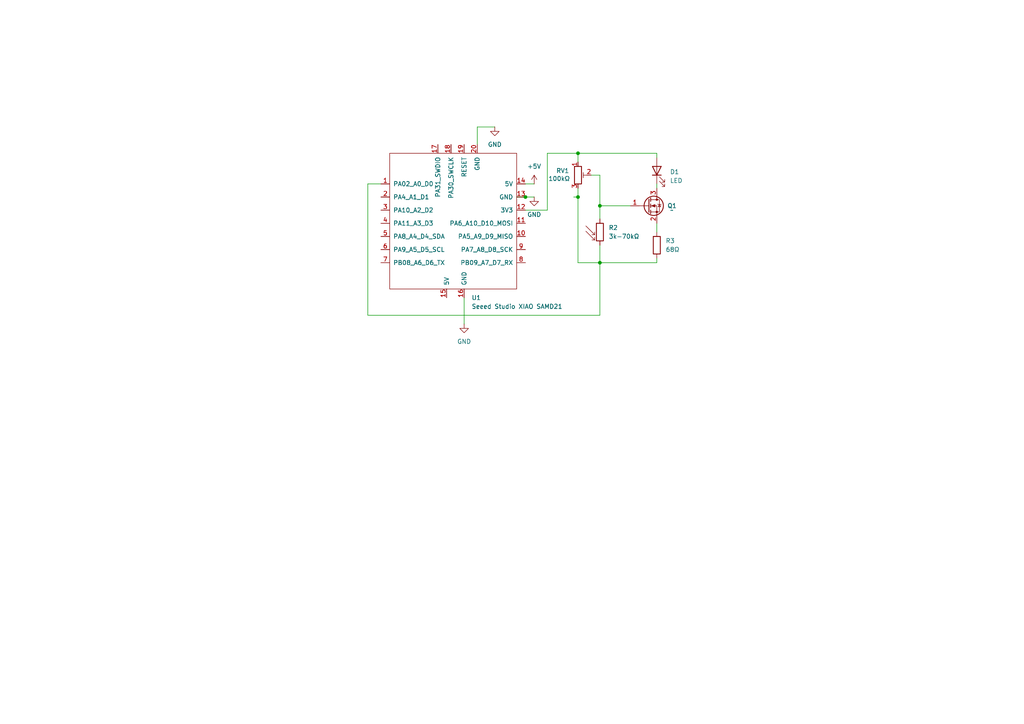
<source format=kicad_sch>
(kicad_sch (version 20250114) (generator "eeschema") (generator_version "9.0")
  (paper "A4")
  (lib_symbols
    (symbol "Device:LED" (pin_numbers (hide yes)) (pin_names (offset 1.016) (hide yes))
      (property "Reference" "D" (at 0 2.54 0))
      (property "Value" "LED" (at 0 -2.54 0))
      (symbol "LED_0_1"
        (polyline (pts (xy -3.048 -0.762) (xy -4.572 -2.286) (xy -3.81 -2.286) (xy -4.572 -2.286) (xy -4.572 -1.524)))
        (polyline (pts (xy -1.778 -0.762) (xy -3.302 -2.286) (xy -2.54 -2.286) (xy -3.302 -2.286) (xy -3.302 -1.524)))
        (polyline (pts (xy -1.27 0) (xy 1.27 0)))
        (polyline (pts (xy -1.27 -1.27) (xy -1.27 1.27)) (stroke (width 0.254)))
        (polyline (pts (xy 1.27 -1.27) (xy 1.27 1.27) (xy -1.27 0) (xy 1.27 -1.27)) (stroke (width 0.254)))
      )
      (symbol "LED_1_1"
        (pin passive line (at -3.81 0 0) (length 2.54) (name "K") (number "1"))
        (pin passive line (at 3.81 0 180) (length 2.54) (name "A") (number "2"))
      )
    )
    (symbol "Device:R" (pin_numbers (hide yes)) (pin_names (offset 0))
      (property "Reference" "R" (at 2.032 0 90))
      (property "Value" "R" (at 0 0 90))
      (symbol "R_0_1"
        (rectangle (start -1.016 -2.54) (end 1.016 2.54) (stroke (width 0.254)))
      )
      (symbol "R_1_1"
        (pin passive line (at 0 3.81 270) (length 1.27) (name "~") (number "1"))
        (pin passive line (at 0 -3.81 90) (length 1.27) (name "~") (number "2"))
      )
    )
    (symbol "Device:R_Potentiometer_Trim" (pin_names (offset 1.016) (hide yes))
      (property "Reference" "RV" (at -4.445 0 90))
      (property "Value" "R_Potentiometer_Trim" (at -2.54 0 90))
      (symbol "R_Potentiometer_Trim_0_1"
        (rectangle (start 1.016 2.54) (end -1.016 -2.54) (stroke (width 0.254)))
        (polyline (pts (xy 1.524 0.762) (xy 1.524 -0.762)))
        (polyline (pts (xy 2.54 0) (xy 1.524 0)))
      )
      (symbol "R_Potentiometer_Trim_1_1"
        (pin passive line (at 0 3.81 270) (length 1.27) (name "1") (number "1"))
        (pin passive line (at 0 -3.81 90) (length 1.27) (name "3") (number "3"))
        (pin passive line (at 3.81 0 180) (length 1.27) (name "2") (number "2"))
      )
    )
    (symbol "Seeed_Studio_XIAO_Series:Seeed Studio XIAO SAMD21" (pin_names (offset 1.016))
      (property "Reference" "U" (at -19.05 22.86 0))
      (property "Value" "Seeed Studio XIAO SAMD21" (at -12.7 21.59 0))
      (symbol "Seeed Studio XIAO SAMD21_0_1"
        (rectangle (start -19.05 20.32) (end 17.78 -19.05))
      )
      (symbol "Seeed Studio XIAO SAMD21_1_1"
        (pin unspecified line (at -21.59 11.43 0) (length 2.54) (name "PA02_A0_D0") (number "1"))
        (pin unspecified line (at -21.59 7.62 0) (length 2.54) (name "PA4_A1_D1") (number "2"))
        (pin unspecified line (at -21.59 3.81 0) (length 2.54) (name "PA10_A2_D2") (number "3"))
        (pin unspecified line (at -21.59 0 0) (length 2.54) (name "PA11_A3_D3") (number "4"))
        (pin unspecified line (at -21.59 -3.81 0) (length 2.54) (name "PA8_A4_D4_SDA") (number "5"))
        (pin unspecified line (at -21.59 -7.62 0) (length 2.54) (name "PA9_A5_D5_SCL") (number "6"))
        (pin unspecified line (at -21.59 -11.43 0) (length 2.54) (name "PB08_A6_D6_TX") (number "7"))
        (pin input line (at -5.08 22.86 270) (length 2.54) (name "PA31_SWDIO") (number "17"))
        (pin input line (at -2.54 -21.59 90) (length 2.54) (name "5V") (number "15"))
        (pin input line (at -1.27 22.86 270) (length 2.54) (name "PA30_SWCLK") (number "18"))
        (pin input line (at 2.54 22.86 270) (length 2.54) (name "RESET") (number "19"))
        (pin input line (at 2.54 -21.59 90) (length 2.54) (name "GND") (number "16"))
        (pin input line (at 6.35 22.86 270) (length 2.54) (name "GND") (number "20"))
        (pin unspecified line (at 20.32 11.43 180) (length 2.54) (name "5V") (number "14"))
        (pin unspecified line (at 20.32 7.62 180) (length 2.54) (name "GND") (number "13"))
        (pin unspecified line (at 20.32 3.81 180) (length 2.54) (name "3V3") (number "12"))
        (pin unspecified line (at 20.32 0 180) (length 2.54) (name "PA6_A10_D10_MOSI") (number "11"))
        (pin unspecified line (at 20.32 -3.81 180) (length 2.54) (name "PA5_A9_D9_MISO") (number "10"))
        (pin unspecified line (at 20.32 -7.62 180) (length 2.54) (name "PA7_A8_D8_SCK") (number "9"))
        (pin unspecified line (at 20.32 -11.43 180) (length 2.54) (name "PB09_A7_D7_RX") (number "8"))
      )
    )
    (symbol "Sensor_Optical:LDR03" (pin_numbers (hide yes)) (pin_names (offset 0))
      (property "Reference" "R" (at -5.08 0 90))
      (property "Value" "LDR03" (at 1.905 0 90))
      (symbol "LDR03_0_1"
        (polyline (pts (xy -1.524 -0.762) (xy -4.064 1.778)))
        (polyline (pts (xy -1.524 -0.762) (xy -2.286 -0.762)))
        (polyline (pts (xy -1.524 -0.762) (xy -1.524 0)))
        (polyline (pts (xy -1.524 -2.286) (xy -4.064 0.254)))
        (polyline (pts (xy -1.524 -2.286) (xy -2.286 -2.286)))
        (polyline (pts (xy -1.524 -2.286) (xy -1.524 -1.524)))
        (rectangle (start -1.016 2.54) (end 1.016 -2.54) (stroke (width 0.254)))
      )
      (symbol "LDR03_1_1"
        (pin passive line (at 0 3.81 270) (length 1.27) (name "~") (number "1"))
        (pin passive line (at 0 -3.81 90) (length 1.27) (name "~") (number "2"))
      )
    )
    (symbol "Transistor_FET:T2N7002AK" (pin_names (hide yes))
      (property "Reference" "Q" (at 5.08 1.905 0))
      (property "Value" "T2N7002AK" (at 5.08 0 0))
      (symbol "T2N7002AK_0_1"
        (polyline (pts (xy 0.254 1.905) (xy 0.254 -1.905)) (stroke (width 0.254)))
        (polyline (pts (xy 0.254 0) (xy -2.54 0)))
        (polyline (pts (xy 0.762 2.286) (xy 0.762 1.27)) (stroke (width 0.254)))
        (polyline (pts (xy 0.762 0.508) (xy 0.762 -0.508)) (stroke (width 0.254)))
        (polyline (pts (xy 0.762 -1.27) (xy 0.762 -2.286)) (stroke (width 0.254)))
        (polyline (pts (xy 0.762 -1.778) (xy 3.302 -1.778) (xy 3.302 1.778) (xy 0.762 1.778)))
        (polyline (pts (xy 1.016 0) (xy 2.032 0.381) (xy 2.032 -0.381) (xy 1.016 0)) (fill (type outline)))
        (circle (center 1.651 0) (radius 2.794) (stroke (width 0.254)))
        (polyline (pts (xy 2.54 2.54) (xy 2.54 1.778)))
        (circle (center 2.54 1.778) (radius 0.254) (fill (type outline)))
        (circle (center 2.54 -1.778) (radius 0.254) (fill (type outline)))
        (polyline (pts (xy 2.54 -2.54) (xy 2.54 0) (xy 0.762 0)))
        (polyline (pts (xy 2.794 0.508) (xy 2.921 0.381) (xy 3.683 0.381) (xy 3.81 0.254)))
        (polyline (pts (xy 3.302 0.381) (xy 2.921 -0.254) (xy 3.683 -0.254) (xy 3.302 0.381)))
      )
      (symbol "T2N7002AK_1_1"
        (pin input line (at -5.08 0 0) (length 2.54) (name "G") (number "1"))
        (pin passive line (at 2.54 5.08 270) (length 2.54) (name "D") (number "3"))
        (pin passive line (at 2.54 -5.08 90) (length 2.54) (name "S") (number "2"))
      )
    )
    (symbol "power:+5V" (power) (pin_numbers (hide yes)) (pin_names (offset 0) (hide yes))
      (property "Value" "+5V" (at 0 3.556 0))
      (symbol "+5V_0_1"
        (polyline (pts (xy -0.762 1.27) (xy 0 2.54)))
        (polyline (pts (xy 0 2.54) (xy 0.762 1.27)))
        (polyline (pts (xy 0 0) (xy 0 2.54)))
      )
      (symbol "+5V_1_1"
        (pin power_in line (at 0 0 90) (length 0) (name "~") (number "1"))
      )
    )
    (symbol "power:GND" (power) (pin_numbers (hide yes)) (pin_names (offset 0) (hide yes))
      (property "Value" "GND" (at 0 -3.81 0))
      (symbol "GND_0_1"
        (polyline (pts (xy 0 0) (xy 0 -1.27) (xy 1.27 -1.27) (xy 0 -2.54) (xy -1.27 -1.27) (xy 0 -1.27)))
      )
      (symbol "GND_1_1"
        (pin power_in line (at 0 0 270) (length 0) (name "~") (number "1"))
      )
    )
  )
  (junction (at 173.99 59.69))
  (junction (at 167.64 44.45))
  (junction (at 167.64 57.15))
  (junction (at 152.4 57.15))
  (junction (at 173.99 76.2))
  (wire (pts (xy 138.43 36.83) (xy 143.51 36.83)))
  (wire (pts (xy 152.4 60.96) (xy 158.75 60.96)))
  (wire (pts (xy 167.64 54.61) (xy 167.64 57.15)))
  (wire (pts (xy 166.37 57.15) (xy 167.64 57.15)))
  (wire (pts (xy 152.4 53.34) (xy 154.94 53.34)))
  (wire (pts (xy 167.64 44.45) (xy 167.64 46.99)))
  (wire (pts (xy 171.45 50.8) (xy 173.99 50.8)))
  (wire (pts (xy 110.49 53.34) (xy 106.68 53.34)))
  (wire (pts (xy 138.43 41.91) (xy 138.43 36.83)))
  (wire (pts (xy 158.75 44.45) (xy 167.64 44.45)))
  (wire (pts (xy 173.99 91.44) (xy 173.99 76.2)))
  (wire (pts (xy 167.64 57.15) (xy 167.64 76.2)))
  (wire (pts (xy 190.5 53.34) (xy 190.5 54.61)))
  (wire (pts (xy 106.68 53.34) (xy 106.68 91.44)))
  (wire (pts (xy 106.68 91.44) (xy 173.99 91.44)))
  (wire (pts (xy 190.5 44.45) (xy 190.5 45.72)))
  (wire (pts (xy 173.99 59.69) (xy 173.99 63.5)))
  (wire (pts (xy 190.5 64.77) (xy 190.5 67.31)))
  (wire (pts (xy 167.64 44.45) (xy 190.5 44.45)))
  (wire (pts (xy 173.99 76.2) (xy 190.5 76.2)))
  (wire (pts (xy 190.5 74.93) (xy 190.5 76.2)))
  (wire (pts (xy 173.99 59.69) (xy 182.88 59.69)))
  (wire (pts (xy 167.64 76.2) (xy 173.99 76.2)))
  (wire (pts (xy 173.99 71.12) (xy 173.99 76.2)))
  (wire (pts (xy 152.4 57.15) (xy 154.94 57.15)))
  (wire (pts (xy 173.99 50.8) (xy 173.99 59.69)))
  (wire (pts (xy 152.4 57.15) (xy 149.86 57.15)))
  (wire (pts (xy 134.62 86.36) (xy 134.62 93.98)))
  (wire (pts (xy 158.75 60.96) (xy 158.75 44.45)))
  (symbol (lib_id "power:+5V") (at 154.94 53.34 0) (unit 1)
    (property "Reference" "#PWR01" (effects (hide yes)))
    (property "Value" "+5V" (at 154.94 48.26 0))
    (property "Description" "Power symbol creates a global label with name \"+5V\"" (effects (hide yes)))
  )
  (symbol (lib_id "Sensor_Optical:LDR03") (at 173.99 67.31 0) (unit 1)
    (property "Reference" "R2" (at 176.53 66.0399 0) (effects (justify left)))
    (property "Value" "3k-70kΩ" (at 176.53 68.5799 0) (effects (justify left)))
    (property "Footprint" "OptoDevice:R_LDR_5.1x4.3mm_P3.4mm_Vertical" (effects (hide yes)))
    (property "Datasheet" "https://cdn.sparkfun.com/datasheets/Sensors/LightImaging/SEN-09088.pdf" (effects (hide yes)))
    (property "Description" "light dependent resistor" (effects (hide yes)))
  )
  (symbol (lib_id "Device:R_Potentiometer_Trim") (at 167.64 50.8 0) (unit 1)
    (property "Reference" "RV1" (at 165.1 49.5299 0) (effects (justify right)))
    (property "Value" "100kΩ" (at 165.354 51.816 0) (effects (justify right)))
    (property "Footprint" "Potentiometer_SMD:Potentiometer_Bourns_TC33X_Vertical" (effects (hide yes)))
    (property "Datasheet" "https://www.bourns.com/docs/Product-Datasheets/TC33.pdf" (effects (hide yes)))
    (property "Description" "Trim-potentiometer" (effects (hide yes)))
  )
  (symbol (lib_id "Device:LED") (at 190.5 49.53 90) (unit 1)
    (property "Reference" "D1" (at 194.31 49.8474 90) (effects (justify right)))
    (property "Value" "LED" (at 194.31 52.3874 90) (effects (justify right)))
    (property "Footprint" "LED_THT:LED_D5.0mm_Clear" (effects (hide yes)))
    (property "Description" "Light emitting diode" (effects (hide yes)))
    (property "Sim.Pins" "1=K 2=A" (effects (hide yes)))
  )
  (symbol (lib_id "Device:R") (at 190.5 71.12 0) (unit 1)
    (property "Reference" "R3" (at 193.04 69.8499 0) (effects (justify left)))
    (property "Value" "68Ω" (at 193.04 72.3899 0) (effects (justify left)))
    (property "Footprint" "Resistor_SMD:R_0402_1005Metric" (effects (hide yes)))
    (property "Datasheet" "https://www.yageo.com/upload/media/product/products/datasheet/rchip/PYu-RC_Group_51_RoHS_L_12.pdf" (effects (hide yes)))
    (property "Description" "Resistor" (effects (hide yes)))
  )
  (symbol (lib_id "power:GND") (at 134.62 93.98 0) (unit 1)
    (property "Reference" "#PWR03" (effects (hide yes)))
    (property "Value" "GND" (at 134.62 99.06 0))
    (property "Description" "Power symbol creates a global label with name \"GND\" , ground" (effects (hide yes)))
  )
  (symbol (lib_id "Seeed_Studio_XIAO_Series:Seeed Studio XIAO SAMD21") (at 132.08 64.77 0) (unit 1)
    (property "Reference" "U1" (at 136.7633 86.36 0) (effects (justify left)))
    (property "Value" "Seeed Studio XIAO SAMD21" (at 136.7633 88.9 0) (effects (justify left)))
    (property "Footprint" "Custom:XIAO-RP2040-SMD" (effects (hide yes)))
  )
  (symbol (lib_id "power:GND") (at 154.94 57.15 0) (unit 1)
    (property "Reference" "#PWR02" (effects (hide yes)))
    (property "Value" "GND" (at 154.94 62.23 0))
    (property "Description" "Power symbol creates a global label with name \"GND\" , ground" (effects (hide yes)))
  )
  (symbol (lib_id "power:GND") (at 143.51 36.83 0) (unit 1)
    (property "Reference" "#PWR04" (effects (hide yes)))
    (property "Value" "GND" (at 143.51 41.91 0))
    (property "Description" "Power symbol creates a global label with name \"GND\" , ground" (effects (hide yes)))
  )
  (symbol (lib_id "Transistor_FET:T2N7002AK") (at 187.96 59.69 0) (unit 1)
    (property "Reference" "Q1" (at 193.548 59.69 0) (effects (justify left)))
    (property "Value" "~" (at 194.31 60.9599 0) (effects (justify left)))
    (property "Footprint" "Package_TO_SOT_SMD:SOT-23" (effects (hide yes)))
    (property "Datasheet" "https://toshiba.semicon-storage.com/info/T2N7002AK_datasheet_en_20150401.pdf?did=29712&prodName=T2N7002AK" (effects (hide yes)))
    (property "Description" "60V Vds, 0.2A Id, N-Channel MOSFET, SOT-23" (effects (hide yes)))
  )
)
</source>
